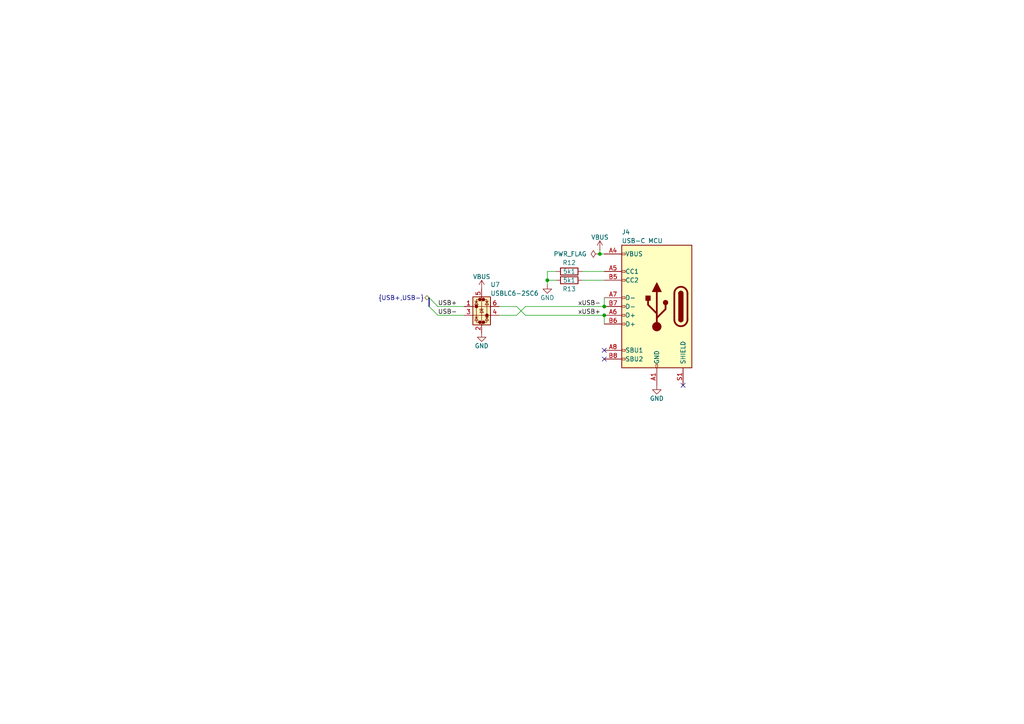
<source format=kicad_sch>
(kicad_sch (version 20250114) (generator "eeschema") (generator_version "9.0")
  (paper "A4")
  (title_block (title "NAUTILUS Bms Test Board"))
  (lib_symbols
    (symbol "Connector:USB_C_Receptacle_USB2.0_16P" (pin_names (offset 1.016))
      (property "Reference" "J" (at 0 22.225 0))
      (property "Value" "USB_C_Receptacle_USB2.0_16P" (at 0 19.685 0))
      (symbol "USB_C_Receptacle_USB2.0_16P_0_0"
        (rectangle (start -0.254 -17.78) (end 0.254 -16.764))
        (rectangle (start 10.16 15.494) (end 9.144 14.986))
        (rectangle (start 10.16 10.414) (end 9.144 9.906))
        (rectangle (start 10.16 7.874) (end 9.144 7.366))
        (rectangle (start 10.16 2.794) (end 9.144 2.286))
        (rectangle (start 10.16 0.254) (end 9.144 -0.254))
        (rectangle (start 10.16 -2.286) (end 9.144 -2.794))
        (rectangle (start 10.16 -4.826) (end 9.144 -5.334))
        (rectangle (start 10.16 -12.446) (end 9.144 -12.954))
        (rectangle (start 10.16 -14.986) (end 9.144 -15.494))
      )
      (symbol "USB_C_Receptacle_USB2.0_16P_0_1"
        (rectangle (start -10.16 17.78) (end 10.16 -17.78) (stroke (width 0.254)) (fill (type background)))
        (polyline (pts (xy -8.89 -3.81) (xy -8.89 3.81)) (stroke (width 0.508)))
        (rectangle (start -7.62 -3.81) (end -6.35 3.81) (stroke (width 0.254)) (fill (type outline)))
        (arc (start -7.62 3.81) (mid -6.985 4.4423) (end -6.35 3.81) (stroke (width 0.254)))
        (arc (start -7.62 3.81) (mid -6.985 4.4423) (end -6.35 3.81) (stroke (width 0.254)) (fill (type outline)))
        (arc (start -8.89 3.81) (mid -6.985 5.7067) (end -5.08 3.81) (stroke (width 0.508)))
        (arc (start -5.08 -3.81) (mid -6.985 -5.7067) (end -8.89 -3.81) (stroke (width 0.508)))
        (arc (start -6.35 -3.81) (mid -6.985 -4.4423) (end -7.62 -3.81) (stroke (width 0.254)))
        (arc (start -6.35 -3.81) (mid -6.985 -4.4423) (end -7.62 -3.81) (stroke (width 0.254)) (fill (type outline)))
        (polyline (pts (xy -5.08 3.81) (xy -5.08 -3.81)) (stroke (width 0.508)))
        (circle (center -2.54 1.143) (radius 0.635) (stroke (width 0.254)) (fill (type outline)))
        (polyline (pts (xy -1.27 4.318) (xy 0 6.858) (xy 1.27 4.318) (xy -1.27 4.318)) (stroke (width 0.254)) (fill (type outline)))
        (polyline (pts (xy 0 -2.032) (xy 2.54 0.508) (xy 2.54 1.778)) (stroke (width 0.508)))
        (polyline (pts (xy 0 -3.302) (xy -2.54 -0.762) (xy -2.54 0.508)) (stroke (width 0.508)))
        (polyline (pts (xy 0 -5.842) (xy 0 4.318)) (stroke (width 0.508)))
        (circle (center 0 -5.842) (radius 1.27) (fill (type outline)))
        (rectangle (start 1.905 1.778) (end 3.175 3.048) (stroke (width 0.254)) (fill (type outline)))
      )
      (symbol "USB_C_Receptacle_USB2.0_16P_1_1"
        (pin passive line (at -7.62 -22.86 90) (length 5.08) (name "SHIELD") (number "S1"))
        (pin passive line (at 0 -22.86 90) (length 5.08) (name "GND") (number "A1"))
        (pin passive line (at 0 -22.86 90) (length 5.08) (hide yes) (name "GND") (number "A12"))
        (pin passive line (at 0 -22.86 90) (length 5.08) (hide yes) (name "GND") (number "B1"))
        (pin passive line (at 0 -22.86 90) (length 5.08) (hide yes) (name "GND") (number "B12"))
        (pin passive line (at 15.24 15.24 180) (length 5.08) (name "VBUS") (number "A4"))
        (pin passive line (at 15.24 15.24 180) (length 5.08) (hide yes) (name "VBUS") (number "A9"))
        (pin passive line (at 15.24 15.24 180) (length 5.08) (hide yes) (name "VBUS") (number "B4"))
        (pin passive line (at 15.24 15.24 180) (length 5.08) (hide yes) (name "VBUS") (number "B9"))
        (pin bidirectional line (at 15.24 10.16 180) (length 5.08) (name "CC1") (number "A5"))
        (pin bidirectional line (at 15.24 7.62 180) (length 5.08) (name "CC2") (number "B5"))
        (pin bidirectional line (at 15.24 2.54 180) (length 5.08) (name "D-") (number "A7"))
        (pin bidirectional line (at 15.24 0 180) (length 5.08) (name "D-") (number "B7"))
        (pin bidirectional line (at 15.24 -2.54 180) (length 5.08) (name "D+") (number "A6"))
        (pin bidirectional line (at 15.24 -5.08 180) (length 5.08) (name "D+") (number "B6"))
        (pin bidirectional line (at 15.24 -12.7 180) (length 5.08) (name "SBU1") (number "A8"))
        (pin bidirectional line (at 15.24 -15.24 180) (length 5.08) (name "SBU2") (number "B8"))
      )
    )
    (symbol "Power_Protection:USBLC6-2SC6" (pin_names (hide yes))
      (property "Reference" "U" (at 0.635 5.715 0))
      (property "Value" "USBLC6-2SC6" (at 0.635 3.81 0))
      (symbol "USBLC6-2SC6_0_0"
        (circle (center -1.524 0) (radius 0.0001) (stroke (width 0.508)))
        (circle (center -0.508 2.032) (radius 0.0001) (stroke (width 0.508)))
        (circle (center -0.508 -4.572) (radius 0.0001) (stroke (width 0.508)))
        (circle (center 0.508 2.032) (radius 0.0001) (stroke (width 0.508)))
        (circle (center 0.508 -4.572) (radius 0.0001) (stroke (width 0.508)))
        (circle (center 1.524 -2.54) (radius 0.0001) (stroke (width 0.508)))
      )
      (symbol "USBLC6-2SC6_0_1"
        (polyline (pts (xy -2.54 0) (xy 2.54 0)))
        (polyline (pts (xy -2.54 -2.54) (xy 2.54 -2.54)))
        (polyline (pts (xy -2.032 0.508) (xy -1.016 0.508) (xy -1.524 1.524) (xy -2.032 0.508)))
        (polyline (pts (xy -2.032 -3.048) (xy -1.016 -3.048)))
        (polyline (pts (xy -1.016 1.524) (xy -2.032 1.524)))
        (polyline (pts (xy -1.016 -4.064) (xy -2.032 -4.064) (xy -1.524 -3.048) (xy -1.016 -4.064)))
        (polyline (pts (xy -0.508 -1.143) (xy -0.508 -0.762) (xy 0.508 -0.762)))
        (polyline (pts (xy 0 2.54) (xy -0.508 2.032) (xy 0.508 2.032) (xy 0 1.524) (xy 0 -4.064) (xy -0.508 -4.572) (xy 0.508 -4.572) (xy 0 -5.08)))
        (polyline (pts (xy 0.508 -1.778) (xy -0.508 -1.778) (xy 0 -0.762) (xy 0.508 -1.778)))
        (polyline (pts (xy 1.016 1.524) (xy 2.032 1.524)))
        (polyline (pts (xy 1.016 -3.048) (xy 2.032 -3.048)))
        (polyline (pts (xy 2.032 0.508) (xy 1.016 0.508) (xy 1.524 1.524) (xy 2.032 0.508)))
        (polyline (pts (xy 2.032 -4.064) (xy 1.016 -4.064) (xy 1.524 -3.048) (xy 2.032 -4.064)))
      )
      (symbol "USBLC6-2SC6_1_1"
        (rectangle (start -2.54 2.794) (end 2.54 -5.334) (stroke (width 0.254)) (fill (type background)))
        (polyline (pts (xy -0.508 2.032) (xy -1.524 2.032) (xy -1.524 -4.572) (xy -0.508 -4.572)))
        (polyline (pts (xy 0.508 -4.572) (xy 1.524 -4.572) (xy 1.524 2.032) (xy 0.508 2.032)))
        (pin passive line (at -5.08 0 0) (length 2.54) (name "I/O1") (number "1"))
        (pin passive line (at -5.08 -2.54 0) (length 2.54) (name "I/O2") (number "3"))
        (pin passive line (at 0 5.08 270) (length 2.54) (name "VBUS") (number "5"))
        (pin passive line (at 0 -7.62 90) (length 2.54) (name "GND") (number "2"))
        (pin passive line (at 5.08 0 180) (length 2.54) (name "I/O1") (number "6"))
        (pin passive line (at 5.08 -2.54 180) (length 2.54) (name "I/O2") (number "4"))
      )
    )
    (symbol "kicad-standard-lib:R_5k1" (pin_numbers (hide yes)) (pin_names (offset 0))
      (property "Reference" "R" (at 2.032 0 90))
      (property "Value" "5k1" (at 0 0 90))
      (symbol "R_5k1_0_1"
        (rectangle (start -1.016 2.54) (end 1.016 -2.54) (stroke (width 0.254)))
      )
      (symbol "R_5k1_1_1"
        (pin passive line (at 0 3.81 270) (length 1.27) (name "~") (number "1"))
        (pin passive line (at 0 -3.81 90) (length 1.27) (name "~") (number "2"))
      )
    )
    (symbol "power:GND" (power) (pin_numbers (hide yes)) (pin_names (offset 0) (hide yes))
      (property "Value" "GND" (at 0 -3.81 0))
      (symbol "GND_0_1"
        (polyline (pts (xy 0 0) (xy 0 -1.27) (xy 1.27 -1.27) (xy 0 -2.54) (xy -1.27 -1.27) (xy 0 -1.27)))
      )
      (symbol "GND_1_1"
        (pin power_in line (at 0 0 270) (length 0) (name "~") (number "1"))
      )
    )
    (symbol "power:PWR_FLAG" (power) (pin_numbers (hide yes)) (pin_names (offset 0) (hide yes))
      (property "Value" "PWR_FLAG" (at 0 3.81 0))
      (symbol "PWR_FLAG_0_0"
        (pin power_out line (at 0 0 90) (length 0) (name "~") (number "1"))
      )
      (symbol "PWR_FLAG_0_1"
        (polyline (pts (xy 0 0) (xy 0 1.27) (xy -1.016 1.905) (xy 0 2.54) (xy 1.016 1.905) (xy 0 1.27)))
      )
    )
    (symbol "power:VBUS" (power) (pin_numbers (hide yes)) (pin_names (offset 0) (hide yes))
      (property "Value" "VBUS" (at 0 3.556 0))
      (symbol "VBUS_0_1"
        (polyline (pts (xy -0.762 1.27) (xy 0 2.54)))
        (polyline (pts (xy 0 2.54) (xy 0.762 1.27)))
        (polyline (pts (xy 0 0) (xy 0 2.54)))
      )
      (symbol "VBUS_1_1"
        (pin power_in line (at 0 0 90) (length 0) (name "~") (number "1"))
      )
    )
  )
  (junction (at 158.75 81.28))
  (junction (at 175.26 88.9))
  (junction (at 173.99 73.66))
  (junction (at 175.26 91.44))
  (no_connect (at 175.26 104.14))
  (no_connect (at 175.26 101.6))
  (no_connect (at 198.12 111.76))
  (bus_entry (at 124.46 88.9) (size 2.54 2.54))
  (bus_entry (at 124.46 86.36) (size 2.54 2.54))
  (wire (pts (xy 152.4 88.9) (xy 175.26 88.9)))
  (wire (pts (xy 144.78 88.9) (xy 149.86 88.9)))
  (wire (pts (xy 127 88.9) (xy 134.62 88.9)))
  (wire (pts (xy 175.26 91.44) (xy 175.26 93.98)))
  (wire (pts (xy 127 91.44) (xy 134.62 91.44)))
  (wire (pts (xy 158.75 78.74) (xy 158.75 81.28)))
  (wire (pts (xy 173.99 73.66) (xy 175.26 73.66)))
  (wire (pts (xy 152.4 91.44) (xy 175.26 91.44)))
  (wire (pts (xy 175.26 86.36) (xy 175.26 88.9)))
  (wire (pts (xy 152.4 88.9) (xy 149.86 91.44)))
  (wire (pts (xy 149.86 88.9) (xy 152.4 91.44)))
  (wire (pts (xy 168.91 81.28) (xy 175.26 81.28)))
  (wire (pts (xy 173.99 72.39) (xy 173.99 73.66)))
  (wire (pts (xy 144.78 91.44) (xy 149.86 91.44)))
  (wire (pts (xy 161.29 78.74) (xy 158.75 78.74)))
  (wire (pts (xy 158.75 81.28) (xy 158.75 82.55)))
  (wire (pts (xy 168.91 78.74) (xy 175.26 78.74)))
  (bus (pts (xy 124.46 86.36) (xy 124.46 88.9)))
  (wire (pts (xy 161.29 81.28) (xy 158.75 81.28)))
  (label "xUSB-" (at 167.64 88.9 0))
  (label "USB+" (at 127 88.9 0))
  (label "xUSB+" (at 167.64 91.44 0))
  (label "USB-" (at 127 91.44 0))
  (hierarchical_label "{USB+,USB-}" (shape bidirectional) (at 124.46 86.36 180))
  (symbol (lib_id "kicad-standard-lib:R_5k1") (at 165.1 81.28 90) (mirror x) (unit 1)
    (property "Reference" "R13" (at 165.1 83.82 90))
    (property "Value" "5k1" (at 165.1 81.28 90))
    (property "Footprint" "Resistor_SMD:R_0603_1608Metric" (effects (hide yes)))
    (property "Datasheet" "https://www.vishay.com/docs/28773/crcwce3.pdf" (effects (hide yes)))
    (property "Description" "5k1 Ohm 1% 100mW Thick Film Resistor" (effects (hide yes)))
    (property "Part No." "CRCW06035K10FKEAC" (effects (hide yes)))
  )
  (symbol (lib_id "kicad-standard-lib:R_5k1") (at 165.1 78.74 90) (unit 1)
    (property "Reference" "R12" (at 165.1 76.2 90))
    (property "Value" "5k1" (at 165.1 78.74 90))
    (property "Footprint" "Resistor_SMD:R_0603_1608Metric" (effects (hide yes)))
    (property "Datasheet" "https://www.vishay.com/docs/28773/crcwce3.pdf" (effects (hide yes)))
    (property "Description" "5k1 Ohm 1% 100mW Thick Film Resistor" (effects (hide yes)))
    (property "Part No." "CRCW06035K10FKEAC" (effects (hide yes)))
  )
  (symbol (lib_id "Connector:USB_C_Receptacle_USB2.0_16P") (at 190.5 88.9 0) (mirror y) (unit 1)
    (property "Reference" "J4" (at 180.34 67.31 0) (effects (justify right)))
    (property "Value" "USB-C MCU" (at 180.34 69.85 0) (effects (justify right)))
    (property "Footprint" "Connector_USB:USB_C_Receptacle_GCT_USB4105-xx-A_16P_TopMnt_Horizontal" (effects (hide yes)))
    (property "Datasheet" "https://www.we-online.com/components/products/datasheet/629722000214.pdf" (effects (hide yes)))
    (property "Description" "USB 2.0-only 16P Type-C Receptacle connector" (effects (hide yes)))
    (property "Part No." "629722000214" (effects (hide yes)))
  )
  (symbol (lib_id "power:VBUS") (at 173.99 72.39 0) (unit 1)
    (property "Reference" "#PWR053" (effects (hide yes)))
    (property "Value" "VBUS" (at 173.99 68.834 0))
    (property "Description" "Power symbol creates a global label with name \"VBUS\"" (effects (hide yes)))
  )
  (symbol (lib_id "power:VBUS") (at 139.7 83.82 0) (unit 1)
    (property "Reference" "#PWR050" (effects (hide yes)))
    (property "Value" "VBUS" (at 139.7 80.264 0))
    (property "Description" "Power symbol creates a global label with name \"VBUS\"" (effects (hide yes)))
  )
  (symbol (lib_id "power:GND") (at 139.7 96.52 0) (unit 1)
    (property "Reference" "#PWR051" (effects (hide yes)))
    (property "Value" "GND" (at 139.7 100.33 0))
    (property "Description" "Power symbol creates a global label with name \"GND\" , ground" (effects (hide yes)))
  )
  (symbol (lib_id "power:GND") (at 190.5 111.76 0) (unit 1)
    (property "Reference" "#PWR054" (effects (hide yes)))
    (property "Value" "GND" (at 190.5 115.57 0))
    (property "Description" "Power symbol creates a global label with name \"GND\" , ground" (effects (hide yes)))
  )
  (symbol (lib_id "power:GND") (at 158.75 82.55 0) (unit 1)
    (property "Reference" "#PWR052" (effects (hide yes)))
    (property "Value" "GND" (at 158.75 86.36 0))
    (property "Description" "Power symbol creates a global label with name \"GND\" , ground" (effects (hide yes)))
  )
  (symbol (lib_id "Power_Protection:USBLC6-2SC6") (at 139.7 88.9 0) (unit 1)
    (property "Reference" "U7" (at 142.24 82.55 0) (effects (justify left)))
    (property "Value" "USBLC6-2SC6" (at 142.24 85.09 0) (effects (justify left)))
    (property "Footprint" "Package_TO_SOT_SMD:SOT-23-6" (effects (hide yes)))
    (property "Datasheet" "https://www.st.com/resource/en/datasheet/usblc6-2.pdf" (effects (hide yes)))
    (property "Description" "Very low capacitance ESD protection diode, 2 data-line, SOT-23-6" (effects (hide yes)))
    (property "Part No." "82400102" (effects (hide yes)))
  )
  (symbol (lib_id "power:PWR_FLAG") (at 173.99 73.66 90) (unit 1)
    (property "Reference" "#FLG02" (effects (hide yes)))
    (property "Value" "PWR_FLAG" (at 170.18 73.66 90) (effects (justify left)))
    (property "Description" "Special symbol for telling ERC where power comes from" (effects (hide yes)))
  )
)
</source>
